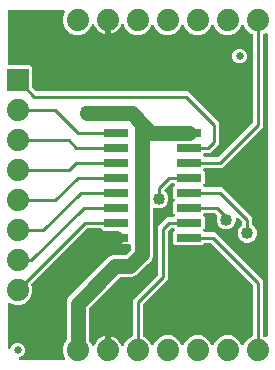
<source format=gbr>
G04 EAGLE Gerber RS-274X export*
G75*
%MOMM*%
%FSLAX34Y34*%
%LPD*%
%INTop Copper*%
%IPPOS*%
%AMOC8*
5,1,8,0,0,1.08239X$1,22.5*%
G01*
%ADD10R,2.032000X0.660400*%
%ADD11R,1.879600X1.879600*%
%ADD12C,1.879600*%
%ADD13C,0.635000*%
%ADD14C,0.254000*%
%ADD15C,1.270000*%
%ADD16C,1.270000*%
%ADD17C,1.016000*%

G36*
X181934Y175781D02*
X181934Y175781D01*
X182033Y175784D01*
X182091Y175801D01*
X182151Y175809D01*
X182243Y175845D01*
X182338Y175873D01*
X182390Y175903D01*
X182447Y175926D01*
X182527Y175984D01*
X182612Y176034D01*
X182687Y176100D01*
X182704Y176112D01*
X182712Y176122D01*
X182733Y176140D01*
X211210Y204617D01*
X211270Y204695D01*
X211338Y204768D01*
X211367Y204821D01*
X211404Y204868D01*
X211444Y204959D01*
X211492Y205046D01*
X211507Y205105D01*
X211531Y205160D01*
X211546Y205258D01*
X211571Y205354D01*
X211577Y205454D01*
X211581Y205474D01*
X211579Y205487D01*
X211581Y205515D01*
X211581Y279569D01*
X211578Y279598D01*
X211580Y279627D01*
X211558Y279755D01*
X211541Y279884D01*
X211531Y279911D01*
X211526Y279941D01*
X211472Y280059D01*
X211424Y280180D01*
X211407Y280204D01*
X211395Y280231D01*
X211314Y280332D01*
X211238Y280437D01*
X211215Y280456D01*
X211196Y280479D01*
X211093Y280557D01*
X210993Y280640D01*
X210966Y280653D01*
X210942Y280670D01*
X210798Y280741D01*
X208850Y281548D01*
X205348Y285050D01*
X204373Y287405D01*
X204304Y287525D01*
X204239Y287648D01*
X204225Y287663D01*
X204215Y287681D01*
X204118Y287781D01*
X204025Y287884D01*
X204008Y287895D01*
X203994Y287909D01*
X203875Y287982D01*
X203759Y288058D01*
X203740Y288065D01*
X203723Y288076D01*
X203590Y288117D01*
X203458Y288162D01*
X203438Y288163D01*
X203419Y288169D01*
X203280Y288176D01*
X203141Y288187D01*
X203121Y288183D01*
X203101Y288184D01*
X202965Y288156D01*
X202828Y288132D01*
X202809Y288124D01*
X202790Y288120D01*
X202664Y288059D01*
X202538Y288002D01*
X202522Y287989D01*
X202504Y287980D01*
X202398Y287890D01*
X202290Y287803D01*
X202277Y287787D01*
X202262Y287774D01*
X202182Y287660D01*
X202098Y287549D01*
X202086Y287524D01*
X202079Y287514D01*
X202072Y287495D01*
X202027Y287405D01*
X201052Y285049D01*
X197550Y281548D01*
X192976Y279653D01*
X188024Y279653D01*
X183450Y281548D01*
X179948Y285050D01*
X178973Y287405D01*
X178904Y287525D01*
X178839Y287648D01*
X178825Y287663D01*
X178815Y287681D01*
X178718Y287781D01*
X178625Y287884D01*
X178608Y287895D01*
X178594Y287909D01*
X178475Y287982D01*
X178359Y288058D01*
X178340Y288065D01*
X178323Y288076D01*
X178190Y288117D01*
X178058Y288162D01*
X178038Y288163D01*
X178019Y288169D01*
X177880Y288176D01*
X177741Y288187D01*
X177721Y288183D01*
X177701Y288184D01*
X177565Y288156D01*
X177428Y288132D01*
X177409Y288124D01*
X177390Y288120D01*
X177264Y288059D01*
X177138Y288002D01*
X177122Y287989D01*
X177104Y287980D01*
X176998Y287890D01*
X176890Y287803D01*
X176877Y287787D01*
X176862Y287774D01*
X176782Y287660D01*
X176698Y287549D01*
X176686Y287524D01*
X176679Y287514D01*
X176672Y287495D01*
X176627Y287405D01*
X175652Y285049D01*
X172150Y281548D01*
X167576Y279653D01*
X162624Y279653D01*
X158050Y281548D01*
X154548Y285050D01*
X153573Y287405D01*
X153504Y287525D01*
X153439Y287648D01*
X153425Y287663D01*
X153415Y287681D01*
X153318Y287781D01*
X153225Y287884D01*
X153208Y287895D01*
X153194Y287909D01*
X153075Y287982D01*
X152959Y288058D01*
X152940Y288065D01*
X152923Y288076D01*
X152790Y288117D01*
X152658Y288162D01*
X152638Y288163D01*
X152619Y288169D01*
X152480Y288176D01*
X152341Y288187D01*
X152321Y288183D01*
X152301Y288184D01*
X152165Y288156D01*
X152028Y288132D01*
X152009Y288124D01*
X151990Y288120D01*
X151864Y288059D01*
X151738Y288002D01*
X151722Y287989D01*
X151704Y287980D01*
X151598Y287890D01*
X151490Y287803D01*
X151477Y287787D01*
X151462Y287774D01*
X151382Y287660D01*
X151298Y287549D01*
X151286Y287524D01*
X151279Y287514D01*
X151272Y287495D01*
X151227Y287405D01*
X150252Y285049D01*
X146750Y281548D01*
X142176Y279653D01*
X137224Y279653D01*
X132650Y281548D01*
X129148Y285050D01*
X128173Y287405D01*
X128104Y287525D01*
X128039Y287648D01*
X128025Y287663D01*
X128015Y287681D01*
X127918Y287781D01*
X127825Y287884D01*
X127808Y287895D01*
X127794Y287909D01*
X127675Y287982D01*
X127559Y288058D01*
X127540Y288065D01*
X127523Y288076D01*
X127390Y288117D01*
X127258Y288162D01*
X127238Y288163D01*
X127219Y288169D01*
X127080Y288176D01*
X126941Y288187D01*
X126921Y288183D01*
X126901Y288184D01*
X126765Y288156D01*
X126628Y288132D01*
X126609Y288124D01*
X126590Y288120D01*
X126464Y288059D01*
X126338Y288002D01*
X126322Y287989D01*
X126304Y287980D01*
X126198Y287890D01*
X126090Y287803D01*
X126077Y287787D01*
X126062Y287774D01*
X125982Y287660D01*
X125898Y287549D01*
X125886Y287524D01*
X125879Y287514D01*
X125872Y287495D01*
X125827Y287405D01*
X124852Y285049D01*
X121350Y281548D01*
X116776Y279653D01*
X111824Y279653D01*
X107250Y281548D01*
X103748Y285050D01*
X102495Y288075D01*
X102480Y288101D01*
X102471Y288130D01*
X102401Y288239D01*
X102337Y288352D01*
X102316Y288373D01*
X102301Y288398D01*
X102206Y288487D01*
X102116Y288580D01*
X102091Y288596D01*
X102069Y288616D01*
X101955Y288679D01*
X101845Y288746D01*
X101816Y288755D01*
X101790Y288769D01*
X101665Y288802D01*
X101541Y288840D01*
X101511Y288841D01*
X101482Y288849D01*
X101353Y288849D01*
X101223Y288855D01*
X101194Y288849D01*
X101164Y288849D01*
X101039Y288817D01*
X100912Y288791D01*
X100885Y288778D01*
X100856Y288770D01*
X100743Y288708D01*
X100626Y288651D01*
X100603Y288632D01*
X100577Y288617D01*
X100483Y288529D01*
X100384Y288445D01*
X100367Y288420D01*
X100345Y288400D01*
X100276Y288291D01*
X100201Y288185D01*
X100190Y288157D01*
X100174Y288132D01*
X100115Y287982D01*
X99964Y287517D01*
X99111Y285843D01*
X98006Y284322D01*
X96678Y282994D01*
X95157Y281889D01*
X93483Y281036D01*
X91696Y280455D01*
X91439Y280415D01*
X91439Y290830D01*
X91424Y290948D01*
X91417Y291067D01*
X91404Y291105D01*
X91399Y291145D01*
X91356Y291256D01*
X91319Y291369D01*
X91297Y291403D01*
X91282Y291441D01*
X91212Y291537D01*
X91149Y291638D01*
X91119Y291666D01*
X91095Y291698D01*
X91004Y291774D01*
X90917Y291856D01*
X90882Y291875D01*
X90851Y291901D01*
X90743Y291952D01*
X90639Y292009D01*
X90599Y292020D01*
X90563Y292037D01*
X90446Y292059D01*
X90331Y292089D01*
X90270Y292093D01*
X90250Y292097D01*
X90230Y292095D01*
X90170Y292099D01*
X87630Y292099D01*
X87512Y292084D01*
X87393Y292077D01*
X87355Y292064D01*
X87314Y292059D01*
X87204Y292015D01*
X87091Y291979D01*
X87056Y291957D01*
X87019Y291942D01*
X86923Y291872D01*
X86822Y291809D01*
X86794Y291779D01*
X86761Y291755D01*
X86686Y291664D01*
X86604Y291577D01*
X86584Y291542D01*
X86559Y291510D01*
X86508Y291403D01*
X86450Y291298D01*
X86440Y291259D01*
X86423Y291223D01*
X86401Y291106D01*
X86371Y290991D01*
X86367Y290930D01*
X86363Y290910D01*
X86365Y290890D01*
X86361Y290830D01*
X86361Y280415D01*
X86104Y280455D01*
X84317Y281036D01*
X82643Y281889D01*
X81122Y282994D01*
X79794Y284322D01*
X78689Y285843D01*
X77836Y287517D01*
X77685Y287982D01*
X77672Y288009D01*
X77665Y288038D01*
X77605Y288152D01*
X77550Y288270D01*
X77531Y288293D01*
X77517Y288319D01*
X77429Y288415D01*
X77347Y288515D01*
X77323Y288532D01*
X77303Y288554D01*
X77194Y288626D01*
X77090Y288702D01*
X77062Y288713D01*
X77037Y288729D01*
X76914Y288771D01*
X76794Y288819D01*
X76764Y288823D01*
X76736Y288832D01*
X76607Y288843D01*
X76478Y288859D01*
X76449Y288855D01*
X76419Y288858D01*
X76291Y288835D01*
X76163Y288819D01*
X76135Y288808D01*
X76106Y288803D01*
X75988Y288750D01*
X75867Y288702D01*
X75843Y288685D01*
X75816Y288673D01*
X75715Y288592D01*
X75610Y288516D01*
X75591Y288493D01*
X75567Y288474D01*
X75489Y288370D01*
X75407Y288271D01*
X75394Y288244D01*
X75376Y288220D01*
X75305Y288075D01*
X74052Y285050D01*
X70550Y281548D01*
X65976Y279653D01*
X61024Y279653D01*
X56450Y281548D01*
X52948Y285050D01*
X51053Y289624D01*
X51053Y294576D01*
X52772Y298726D01*
X52786Y298774D01*
X52807Y298819D01*
X52827Y298927D01*
X52856Y299033D01*
X52857Y299083D01*
X52867Y299132D01*
X52860Y299241D01*
X52861Y299351D01*
X52850Y299399D01*
X52847Y299449D01*
X52813Y299553D01*
X52787Y299660D01*
X52764Y299704D01*
X52749Y299751D01*
X52690Y299844D01*
X52639Y299941D01*
X52605Y299978D01*
X52579Y300020D01*
X52498Y300095D01*
X52425Y300177D01*
X52383Y300204D01*
X52347Y300238D01*
X52251Y300291D01*
X52159Y300351D01*
X52112Y300368D01*
X52068Y300392D01*
X51962Y300419D01*
X51858Y300455D01*
X51809Y300459D01*
X51761Y300471D01*
X51600Y300481D01*
X5588Y300481D01*
X5470Y300466D01*
X5351Y300459D01*
X5313Y300446D01*
X5272Y300441D01*
X5162Y300398D01*
X5049Y300361D01*
X5014Y300339D01*
X4977Y300324D01*
X4881Y300255D01*
X4780Y300191D01*
X4752Y300161D01*
X4719Y300138D01*
X4643Y300046D01*
X4562Y299959D01*
X4542Y299924D01*
X4517Y299893D01*
X4466Y299785D01*
X4408Y299681D01*
X4398Y299641D01*
X4381Y299605D01*
X4359Y299488D01*
X4329Y299373D01*
X4325Y299313D01*
X4321Y299293D01*
X4323Y299272D01*
X4319Y299212D01*
X4319Y255016D01*
X4334Y254898D01*
X4341Y254779D01*
X4354Y254741D01*
X4359Y254700D01*
X4402Y254590D01*
X4439Y254477D01*
X4461Y254442D01*
X4476Y254405D01*
X4545Y254309D01*
X4609Y254208D01*
X4639Y254180D01*
X4662Y254147D01*
X4754Y254071D01*
X4841Y253990D01*
X4876Y253970D01*
X4907Y253945D01*
X5015Y253894D01*
X5119Y253836D01*
X5159Y253826D01*
X5195Y253809D01*
X5312Y253787D01*
X5427Y253757D01*
X5487Y253753D01*
X5507Y253749D01*
X5528Y253751D01*
X5588Y253747D01*
X23361Y253747D01*
X25147Y251961D01*
X25147Y235487D01*
X25159Y235388D01*
X25162Y235289D01*
X25179Y235231D01*
X25187Y235171D01*
X25223Y235079D01*
X25251Y234984D01*
X25281Y234932D01*
X25304Y234875D01*
X25362Y234795D01*
X25412Y234710D01*
X25478Y234635D01*
X25490Y234618D01*
X25500Y234610D01*
X25518Y234589D01*
X28087Y232020D01*
X28165Y231960D01*
X28238Y231892D01*
X28291Y231863D01*
X28338Y231826D01*
X28429Y231786D01*
X28516Y231738D01*
X28575Y231723D01*
X28630Y231699D01*
X28728Y231684D01*
X28824Y231659D01*
X28924Y231653D01*
X28944Y231649D01*
X28957Y231651D01*
X28985Y231649D01*
X156729Y231649D01*
X183389Y204989D01*
X183389Y187441D01*
X175779Y179831D01*
X171715Y179831D01*
X171616Y179819D01*
X171517Y179816D01*
X171459Y179799D01*
X171399Y179791D01*
X171307Y179755D01*
X171212Y179727D01*
X171160Y179697D01*
X171103Y179674D01*
X171023Y179616D01*
X170938Y179566D01*
X170863Y179500D01*
X170846Y179488D01*
X170838Y179478D01*
X170817Y179460D01*
X170055Y178697D01*
X169982Y178603D01*
X169903Y178514D01*
X169885Y178478D01*
X169860Y178446D01*
X169813Y178337D01*
X169759Y178231D01*
X169750Y178192D01*
X169734Y178154D01*
X169715Y178037D01*
X169689Y177921D01*
X169690Y177880D01*
X169684Y177840D01*
X169695Y177722D01*
X169699Y177603D01*
X169710Y177564D01*
X169714Y177524D01*
X169754Y177412D01*
X169787Y177297D01*
X169808Y177262D01*
X169821Y177224D01*
X169888Y177126D01*
X169949Y177023D01*
X169988Y176978D01*
X170000Y176961D01*
X170015Y176948D01*
X170055Y176902D01*
X170817Y176140D01*
X170895Y176080D01*
X170967Y176012D01*
X171021Y175983D01*
X171068Y175946D01*
X171159Y175906D01*
X171246Y175858D01*
X171305Y175843D01*
X171360Y175819D01*
X171458Y175804D01*
X171554Y175779D01*
X171654Y175773D01*
X171674Y175769D01*
X171687Y175771D01*
X171715Y175769D01*
X181835Y175769D01*
X181934Y175781D01*
G37*
G36*
X203279Y16617D02*
X203279Y16617D01*
X203299Y16616D01*
X203435Y16644D01*
X203572Y16668D01*
X203591Y16676D01*
X203610Y16680D01*
X203735Y16741D01*
X203862Y16798D01*
X203878Y16811D01*
X203896Y16820D01*
X204002Y16910D01*
X204110Y16997D01*
X204123Y17013D01*
X204138Y17026D01*
X204218Y17140D01*
X204302Y17251D01*
X204314Y17276D01*
X204321Y17286D01*
X204328Y17305D01*
X204373Y17395D01*
X205348Y19750D01*
X208850Y23252D01*
X210798Y24059D01*
X210823Y24073D01*
X210851Y24083D01*
X210961Y24152D01*
X211074Y24216D01*
X211095Y24237D01*
X211120Y24253D01*
X211209Y24347D01*
X211302Y24438D01*
X211318Y24463D01*
X211338Y24484D01*
X211401Y24598D01*
X211469Y24709D01*
X211477Y24737D01*
X211492Y24763D01*
X211524Y24889D01*
X211562Y25013D01*
X211564Y25042D01*
X211571Y25071D01*
X211581Y25231D01*
X211581Y67535D01*
X211569Y67634D01*
X211566Y67733D01*
X211549Y67791D01*
X211541Y67851D01*
X211505Y67943D01*
X211477Y68038D01*
X211447Y68090D01*
X211424Y68147D01*
X211366Y68227D01*
X211316Y68312D01*
X211250Y68387D01*
X211238Y68404D01*
X211228Y68412D01*
X211210Y68433D01*
X176383Y103260D01*
X176305Y103320D01*
X176232Y103388D01*
X176179Y103417D01*
X176132Y103454D01*
X176041Y103494D01*
X175954Y103542D01*
X175895Y103557D01*
X175840Y103581D01*
X175742Y103596D01*
X175646Y103621D01*
X175546Y103627D01*
X175526Y103631D01*
X175513Y103629D01*
X175485Y103631D01*
X171715Y103631D01*
X171616Y103619D01*
X171517Y103616D01*
X171459Y103599D01*
X171399Y103591D01*
X171307Y103555D01*
X171212Y103527D01*
X171160Y103497D01*
X171103Y103474D01*
X171023Y103416D01*
X170938Y103366D01*
X170863Y103300D01*
X170846Y103288D01*
X170838Y103278D01*
X170817Y103260D01*
X169157Y101599D01*
X146311Y101599D01*
X144525Y103385D01*
X144525Y112515D01*
X145413Y113402D01*
X145486Y113496D01*
X145565Y113586D01*
X145583Y113622D01*
X145608Y113654D01*
X145655Y113763D01*
X145709Y113869D01*
X145718Y113908D01*
X145734Y113946D01*
X145753Y114063D01*
X145779Y114179D01*
X145778Y114220D01*
X145784Y114260D01*
X145773Y114378D01*
X145769Y114497D01*
X145758Y114536D01*
X145754Y114576D01*
X145714Y114688D01*
X145681Y114803D01*
X145660Y114838D01*
X145647Y114876D01*
X145580Y114974D01*
X145519Y115077D01*
X145480Y115122D01*
X145468Y115139D01*
X145453Y115152D01*
X145413Y115197D01*
X144651Y115959D01*
X144573Y116020D01*
X144501Y116088D01*
X144448Y116117D01*
X144400Y116154D01*
X144309Y116194D01*
X144222Y116242D01*
X144164Y116257D01*
X144108Y116281D01*
X144010Y116296D01*
X143914Y116321D01*
X143814Y116327D01*
X143794Y116331D01*
X143781Y116329D01*
X143753Y116331D01*
X143285Y116331D01*
X143186Y116319D01*
X143087Y116316D01*
X143029Y116299D01*
X142969Y116291D01*
X142877Y116255D01*
X142782Y116227D01*
X142730Y116197D01*
X142673Y116174D01*
X142593Y116116D01*
X142508Y116066D01*
X142433Y116000D01*
X142416Y115988D01*
X142408Y115978D01*
X142387Y115960D01*
X140580Y114153D01*
X140520Y114075D01*
X140452Y114002D01*
X140423Y113949D01*
X140386Y113902D01*
X140346Y113811D01*
X140298Y113724D01*
X140283Y113665D01*
X140259Y113610D01*
X140244Y113512D01*
X140219Y113416D01*
X140213Y113316D01*
X140209Y113296D01*
X140211Y113283D01*
X140209Y113255D01*
X140209Y73141D01*
X118990Y51923D01*
X118930Y51845D01*
X118862Y51772D01*
X118833Y51719D01*
X118796Y51672D01*
X118756Y51581D01*
X118708Y51494D01*
X118693Y51435D01*
X118669Y51380D01*
X118654Y51282D01*
X118629Y51186D01*
X118623Y51086D01*
X118619Y51066D01*
X118621Y51053D01*
X118619Y51025D01*
X118619Y25231D01*
X118622Y25202D01*
X118620Y25173D01*
X118642Y25045D01*
X118659Y24916D01*
X118669Y24889D01*
X118674Y24859D01*
X118728Y24741D01*
X118776Y24620D01*
X118793Y24596D01*
X118805Y24569D01*
X118886Y24468D01*
X118962Y24363D01*
X118985Y24344D01*
X119004Y24321D01*
X119107Y24243D01*
X119207Y24160D01*
X119234Y24147D01*
X119258Y24130D01*
X119402Y24059D01*
X121350Y23252D01*
X124852Y19750D01*
X125827Y17395D01*
X125896Y17275D01*
X125961Y17152D01*
X125975Y17137D01*
X125985Y17119D01*
X126082Y17019D01*
X126175Y16916D01*
X126192Y16905D01*
X126206Y16891D01*
X126324Y16818D01*
X126441Y16742D01*
X126460Y16735D01*
X126477Y16724D01*
X126610Y16684D01*
X126742Y16638D01*
X126762Y16637D01*
X126781Y16631D01*
X126920Y16624D01*
X127059Y16613D01*
X127079Y16617D01*
X127099Y16616D01*
X127235Y16644D01*
X127372Y16668D01*
X127391Y16676D01*
X127410Y16680D01*
X127535Y16741D01*
X127662Y16798D01*
X127678Y16811D01*
X127696Y16820D01*
X127802Y16910D01*
X127910Y16997D01*
X127923Y17013D01*
X127938Y17026D01*
X128018Y17140D01*
X128102Y17251D01*
X128114Y17276D01*
X128121Y17286D01*
X128128Y17305D01*
X128173Y17395D01*
X129148Y19750D01*
X132650Y23252D01*
X137224Y25147D01*
X142176Y25147D01*
X146750Y23252D01*
X150252Y19750D01*
X151227Y17395D01*
X151296Y17275D01*
X151361Y17152D01*
X151375Y17137D01*
X151385Y17119D01*
X151482Y17019D01*
X151575Y16916D01*
X151592Y16905D01*
X151606Y16891D01*
X151724Y16818D01*
X151841Y16742D01*
X151860Y16735D01*
X151877Y16724D01*
X152010Y16684D01*
X152142Y16638D01*
X152162Y16637D01*
X152181Y16631D01*
X152320Y16624D01*
X152459Y16613D01*
X152479Y16617D01*
X152499Y16616D01*
X152635Y16644D01*
X152772Y16668D01*
X152791Y16676D01*
X152810Y16680D01*
X152935Y16741D01*
X153062Y16798D01*
X153078Y16811D01*
X153096Y16820D01*
X153202Y16910D01*
X153310Y16997D01*
X153323Y17013D01*
X153338Y17026D01*
X153418Y17140D01*
X153502Y17251D01*
X153514Y17276D01*
X153521Y17286D01*
X153528Y17305D01*
X153573Y17395D01*
X154548Y19750D01*
X158050Y23252D01*
X162624Y25147D01*
X167576Y25147D01*
X172150Y23252D01*
X175652Y19750D01*
X176627Y17395D01*
X176696Y17275D01*
X176761Y17152D01*
X176775Y17137D01*
X176785Y17119D01*
X176882Y17019D01*
X176975Y16916D01*
X176992Y16905D01*
X177006Y16891D01*
X177124Y16818D01*
X177241Y16742D01*
X177260Y16735D01*
X177277Y16724D01*
X177410Y16684D01*
X177542Y16638D01*
X177562Y16637D01*
X177581Y16631D01*
X177720Y16624D01*
X177859Y16613D01*
X177879Y16617D01*
X177899Y16616D01*
X178035Y16644D01*
X178172Y16668D01*
X178191Y16676D01*
X178210Y16680D01*
X178335Y16741D01*
X178462Y16798D01*
X178478Y16811D01*
X178496Y16820D01*
X178602Y16910D01*
X178710Y16997D01*
X178723Y17013D01*
X178738Y17026D01*
X178818Y17140D01*
X178902Y17251D01*
X178914Y17276D01*
X178921Y17286D01*
X178928Y17305D01*
X178973Y17395D01*
X179948Y19750D01*
X183450Y23252D01*
X188024Y25147D01*
X192976Y25147D01*
X197550Y23252D01*
X201052Y19750D01*
X202027Y17395D01*
X202096Y17275D01*
X202161Y17152D01*
X202175Y17137D01*
X202185Y17119D01*
X202282Y17019D01*
X202375Y16916D01*
X202392Y16905D01*
X202406Y16891D01*
X202524Y16818D01*
X202641Y16742D01*
X202660Y16735D01*
X202677Y16724D01*
X202810Y16684D01*
X202942Y16638D01*
X202962Y16637D01*
X202981Y16631D01*
X203120Y16624D01*
X203259Y16613D01*
X203279Y16617D01*
G37*
G36*
X51649Y4325D02*
X51649Y4325D01*
X51699Y4323D01*
X51806Y4345D01*
X51915Y4359D01*
X51961Y4377D01*
X52010Y4387D01*
X52109Y4435D01*
X52211Y4476D01*
X52251Y4505D01*
X52296Y4527D01*
X52380Y4598D01*
X52468Y4662D01*
X52500Y4701D01*
X52538Y4733D01*
X52601Y4823D01*
X52671Y4907D01*
X52692Y4952D01*
X52721Y4993D01*
X52760Y5096D01*
X52807Y5195D01*
X52816Y5244D01*
X52834Y5290D01*
X52846Y5400D01*
X52867Y5507D01*
X52863Y5557D01*
X52869Y5606D01*
X52854Y5715D01*
X52847Y5825D01*
X52831Y5872D01*
X52825Y5921D01*
X52772Y6074D01*
X51053Y10224D01*
X51053Y15176D01*
X52948Y19751D01*
X53729Y20532D01*
X53790Y20610D01*
X53858Y20682D01*
X53887Y20735D01*
X53924Y20783D01*
X53964Y20874D01*
X54012Y20961D01*
X54027Y21019D01*
X54051Y21075D01*
X54066Y21173D01*
X54091Y21269D01*
X54097Y21369D01*
X54101Y21389D01*
X54099Y21401D01*
X54101Y21429D01*
X54101Y53940D01*
X55532Y57394D01*
X89926Y91788D01*
X93380Y93219D01*
X103531Y93219D01*
X103629Y93231D01*
X103728Y93234D01*
X103787Y93251D01*
X103847Y93259D01*
X103939Y93295D01*
X104034Y93323D01*
X104086Y93353D01*
X104142Y93376D01*
X104222Y93434D01*
X104308Y93484D01*
X104383Y93550D01*
X104400Y93562D01*
X104408Y93572D01*
X104429Y93590D01*
X108340Y97501D01*
X108400Y97580D01*
X108468Y97652D01*
X108497Y97705D01*
X108534Y97753D01*
X108574Y97844D01*
X108622Y97930D01*
X108637Y97989D01*
X108661Y98044D01*
X108676Y98142D01*
X108701Y98238D01*
X108707Y98338D01*
X108711Y98359D01*
X108709Y98371D01*
X108711Y98399D01*
X108711Y100976D01*
X108696Y101100D01*
X108686Y101226D01*
X108676Y101258D01*
X108671Y101291D01*
X108625Y101408D01*
X108585Y101527D01*
X108567Y101556D01*
X108554Y101587D01*
X108481Y101689D01*
X108412Y101794D01*
X108387Y101817D01*
X108368Y101844D01*
X108271Y101925D01*
X108178Y102010D01*
X108149Y102026D01*
X108123Y102047D01*
X108009Y102101D01*
X107898Y102160D01*
X107865Y102168D01*
X107835Y102183D01*
X107711Y102206D01*
X107589Y102237D01*
X107556Y102236D01*
X107523Y102243D01*
X107397Y102235D01*
X107271Y102234D01*
X107223Y102224D01*
X107205Y102223D01*
X107185Y102216D01*
X107113Y102202D01*
X106760Y102107D01*
X97916Y102107D01*
X97916Y107569D01*
X97901Y107687D01*
X97894Y107806D01*
X97881Y107844D01*
X97876Y107884D01*
X97833Y107995D01*
X97796Y108108D01*
X97774Y108142D01*
X97759Y108180D01*
X97690Y108276D01*
X97626Y108377D01*
X97596Y108405D01*
X97573Y108437D01*
X97481Y108513D01*
X97394Y108595D01*
X97359Y108614D01*
X97328Y108640D01*
X97220Y108691D01*
X97116Y108748D01*
X97076Y108758D01*
X97069Y108762D01*
X97034Y108870D01*
X97012Y108905D01*
X96997Y108942D01*
X96927Y109038D01*
X96864Y109139D01*
X96834Y109167D01*
X96810Y109200D01*
X96719Y109276D01*
X96632Y109357D01*
X96597Y109377D01*
X96565Y109402D01*
X96458Y109453D01*
X96353Y109511D01*
X96314Y109521D01*
X96278Y109538D01*
X96161Y109560D01*
X96045Y109590D01*
X95985Y109594D01*
X95965Y109598D01*
X95945Y109596D01*
X95885Y109600D01*
X83565Y109600D01*
X83565Y111586D01*
X83738Y112233D01*
X84073Y112812D01*
X84304Y113043D01*
X84377Y113137D01*
X84456Y113227D01*
X84474Y113263D01*
X84499Y113295D01*
X84546Y113404D01*
X84601Y113510D01*
X84609Y113549D01*
X84625Y113586D01*
X84644Y113704D01*
X84670Y113820D01*
X84669Y113861D01*
X84675Y113901D01*
X84664Y114019D01*
X84661Y114138D01*
X84649Y114177D01*
X84645Y114217D01*
X84605Y114329D01*
X84572Y114444D01*
X84552Y114478D01*
X84538Y114516D01*
X84471Y114615D01*
X84411Y114717D01*
X84371Y114763D01*
X84359Y114780D01*
X84344Y114793D01*
X84304Y114838D01*
X83183Y115960D01*
X83105Y116020D01*
X83033Y116088D01*
X82979Y116117D01*
X82932Y116154D01*
X82841Y116194D01*
X82754Y116242D01*
X82695Y116257D01*
X82640Y116281D01*
X82542Y116296D01*
X82446Y116321D01*
X82346Y116327D01*
X82326Y116331D01*
X82313Y116329D01*
X82285Y116331D01*
X72165Y116331D01*
X72066Y116319D01*
X71967Y116316D01*
X71909Y116299D01*
X71849Y116291D01*
X71757Y116255D01*
X71662Y116227D01*
X71610Y116197D01*
X71553Y116174D01*
X71473Y116116D01*
X71388Y116066D01*
X71313Y116000D01*
X71296Y115988D01*
X71288Y115978D01*
X71267Y115960D01*
X24615Y69307D01*
X24597Y69284D01*
X24574Y69265D01*
X24499Y69159D01*
X24420Y69056D01*
X24408Y69029D01*
X24391Y69005D01*
X24345Y68883D01*
X24294Y68764D01*
X24289Y68735D01*
X24279Y68707D01*
X24264Y68578D01*
X24244Y68450D01*
X24247Y68421D01*
X24243Y68391D01*
X24261Y68263D01*
X24274Y68133D01*
X24284Y68106D01*
X24288Y68076D01*
X24340Y67924D01*
X25147Y65976D01*
X25147Y61024D01*
X23252Y56450D01*
X19750Y52948D01*
X15176Y51053D01*
X10224Y51053D01*
X6074Y52772D01*
X6026Y52786D01*
X5981Y52807D01*
X5873Y52827D01*
X5767Y52856D01*
X5717Y52857D01*
X5668Y52867D01*
X5559Y52860D01*
X5449Y52861D01*
X5401Y52850D01*
X5351Y52847D01*
X5247Y52813D01*
X5140Y52787D01*
X5096Y52764D01*
X5049Y52749D01*
X4956Y52690D01*
X4859Y52639D01*
X4822Y52605D01*
X4780Y52579D01*
X4705Y52498D01*
X4623Y52425D01*
X4596Y52383D01*
X4562Y52347D01*
X4509Y52251D01*
X4449Y52159D01*
X4432Y52112D01*
X4408Y52068D01*
X4381Y51962D01*
X4345Y51858D01*
X4341Y51809D01*
X4329Y51761D01*
X4319Y51600D01*
X4319Y15110D01*
X4327Y15041D01*
X4326Y14971D01*
X4347Y14884D01*
X4359Y14795D01*
X4384Y14730D01*
X4401Y14662D01*
X4443Y14582D01*
X4476Y14499D01*
X4517Y14443D01*
X4549Y14381D01*
X4610Y14314D01*
X4662Y14242D01*
X4716Y14197D01*
X4763Y14145D01*
X4838Y14096D01*
X4907Y14039D01*
X4971Y14009D01*
X5029Y13971D01*
X5114Y13941D01*
X5195Y13903D01*
X5264Y13890D01*
X5330Y13867D01*
X5419Y13860D01*
X5507Y13843D01*
X5577Y13848D01*
X5647Y13842D01*
X5735Y13858D01*
X5825Y13863D01*
X5891Y13885D01*
X5960Y13897D01*
X6042Y13934D01*
X6127Y13961D01*
X6186Y13999D01*
X6250Y14027D01*
X6320Y14083D01*
X6396Y14131D01*
X6444Y14182D01*
X6498Y14226D01*
X6553Y14298D01*
X6614Y14363D01*
X6648Y14424D01*
X6690Y14480D01*
X6761Y14624D01*
X7424Y16225D01*
X9175Y17976D01*
X11462Y18924D01*
X13938Y18924D01*
X16225Y17976D01*
X17976Y16225D01*
X18924Y13938D01*
X18924Y11462D01*
X17976Y9175D01*
X16225Y7424D01*
X14624Y6761D01*
X14564Y6726D01*
X14499Y6700D01*
X14426Y6648D01*
X14348Y6603D01*
X14298Y6555D01*
X14242Y6514D01*
X14184Y6444D01*
X14120Y6382D01*
X14083Y6322D01*
X14039Y6269D01*
X14000Y6187D01*
X13953Y6111D01*
X13933Y6044D01*
X13903Y5981D01*
X13886Y5893D01*
X13860Y5807D01*
X13857Y5737D01*
X13843Y5668D01*
X13849Y5579D01*
X13845Y5489D01*
X13859Y5421D01*
X13863Y5351D01*
X13891Y5266D01*
X13909Y5178D01*
X13940Y5115D01*
X13961Y5049D01*
X14009Y4973D01*
X14049Y4892D01*
X14094Y4839D01*
X14131Y4780D01*
X14197Y4718D01*
X14255Y4650D01*
X14312Y4610D01*
X14363Y4562D01*
X14442Y4519D01*
X14515Y4467D01*
X14580Y4442D01*
X14641Y4408D01*
X14728Y4386D01*
X14812Y4354D01*
X14882Y4346D01*
X14949Y4329D01*
X15110Y4319D01*
X51600Y4319D01*
X51649Y4325D01*
G37*
G36*
X223041Y23340D02*
X223041Y23340D01*
X223151Y23339D01*
X223199Y23350D01*
X223249Y23353D01*
X223353Y23387D01*
X223460Y23413D01*
X223504Y23436D01*
X223551Y23451D01*
X223644Y23510D01*
X223741Y23561D01*
X223778Y23595D01*
X223820Y23621D01*
X223895Y23702D01*
X223977Y23775D01*
X224004Y23817D01*
X224038Y23853D01*
X224091Y23949D01*
X224151Y24041D01*
X224168Y24088D01*
X224192Y24132D01*
X224217Y24230D01*
X224219Y24234D01*
X224221Y24242D01*
X224255Y24342D01*
X224259Y24391D01*
X224271Y24439D01*
X224277Y24539D01*
X224279Y24546D01*
X224278Y24553D01*
X224281Y24600D01*
X224281Y280200D01*
X224275Y280249D01*
X224277Y280299D01*
X224255Y280406D01*
X224241Y280515D01*
X224223Y280562D01*
X224213Y280610D01*
X224165Y280709D01*
X224124Y280811D01*
X224095Y280851D01*
X224073Y280896D01*
X224002Y280980D01*
X223938Y281068D01*
X223899Y281100D01*
X223867Y281138D01*
X223777Y281201D01*
X223693Y281271D01*
X223648Y281292D01*
X223607Y281321D01*
X223504Y281360D01*
X223405Y281407D01*
X223356Y281416D01*
X223310Y281434D01*
X223200Y281446D01*
X223093Y281467D01*
X223043Y281463D01*
X222994Y281469D01*
X222885Y281454D01*
X222775Y281447D01*
X222728Y281431D01*
X222679Y281425D01*
X222526Y281372D01*
X221002Y280741D01*
X220977Y280727D01*
X220949Y280717D01*
X220839Y280648D01*
X220726Y280584D01*
X220705Y280563D01*
X220680Y280547D01*
X220591Y280452D01*
X220498Y280362D01*
X220482Y280337D01*
X220462Y280316D01*
X220399Y280202D01*
X220331Y280091D01*
X220323Y280063D01*
X220308Y280037D01*
X220276Y279911D01*
X220238Y279787D01*
X220236Y279758D01*
X220229Y279729D01*
X220219Y279569D01*
X220219Y201411D01*
X185939Y167131D01*
X171715Y167131D01*
X171616Y167119D01*
X171517Y167116D01*
X171459Y167099D01*
X171399Y167091D01*
X171307Y167055D01*
X171212Y167027D01*
X171160Y166997D01*
X171103Y166974D01*
X171023Y166916D01*
X170938Y166866D01*
X170863Y166800D01*
X170846Y166788D01*
X170838Y166778D01*
X170817Y166760D01*
X170055Y165997D01*
X169982Y165903D01*
X169903Y165814D01*
X169885Y165778D01*
X169860Y165746D01*
X169813Y165637D01*
X169759Y165531D01*
X169750Y165492D01*
X169734Y165454D01*
X169715Y165337D01*
X169689Y165221D01*
X169690Y165180D01*
X169684Y165140D01*
X169695Y165022D01*
X169699Y164903D01*
X169710Y164864D01*
X169714Y164824D01*
X169754Y164712D01*
X169787Y164597D01*
X169808Y164562D01*
X169821Y164524D01*
X169888Y164426D01*
X169949Y164323D01*
X169988Y164278D01*
X170000Y164261D01*
X170015Y164248D01*
X170055Y164202D01*
X170943Y163315D01*
X170943Y154185D01*
X170055Y153297D01*
X169982Y153203D01*
X169903Y153114D01*
X169885Y153078D01*
X169860Y153046D01*
X169813Y152937D01*
X169759Y152831D01*
X169750Y152792D01*
X169734Y152754D01*
X169715Y152637D01*
X169689Y152521D01*
X169690Y152480D01*
X169684Y152440D01*
X169695Y152322D01*
X169699Y152203D01*
X169710Y152164D01*
X169714Y152124D01*
X169754Y152011D01*
X169787Y151897D01*
X169808Y151862D01*
X169821Y151824D01*
X169888Y151726D01*
X169949Y151623D01*
X169989Y151578D01*
X170000Y151561D01*
X170015Y151548D01*
X170055Y151502D01*
X170817Y150740D01*
X170895Y150680D01*
X170967Y150612D01*
X171020Y150583D01*
X171068Y150546D01*
X171159Y150506D01*
X171246Y150458D01*
X171304Y150443D01*
X171360Y150419D01*
X171458Y150404D01*
X171554Y150379D01*
X171654Y150373D01*
X171674Y150369D01*
X171687Y150371D01*
X171715Y150369D01*
X185939Y150369D01*
X211329Y124979D01*
X211329Y119463D01*
X211341Y119365D01*
X211344Y119266D01*
X211361Y119207D01*
X211369Y119147D01*
X211405Y119055D01*
X211433Y118960D01*
X211463Y118908D01*
X211486Y118852D01*
X211544Y118772D01*
X211594Y118686D01*
X211660Y118611D01*
X211672Y118594D01*
X211682Y118586D01*
X211700Y118565D01*
X213901Y116365D01*
X215139Y113377D01*
X215139Y110143D01*
X213901Y107155D01*
X211615Y104869D01*
X208627Y103631D01*
X205393Y103631D01*
X202405Y104869D01*
X200119Y107155D01*
X198881Y110143D01*
X198881Y113377D01*
X200119Y116365D01*
X202320Y118565D01*
X202380Y118644D01*
X202448Y118716D01*
X202477Y118769D01*
X202514Y118817D01*
X202554Y118908D01*
X202602Y118994D01*
X202617Y119053D01*
X202641Y119108D01*
X202656Y119206D01*
X202681Y119302D01*
X202687Y119402D01*
X202691Y119423D01*
X202689Y119435D01*
X202691Y119463D01*
X202691Y120875D01*
X202679Y120974D01*
X202676Y121073D01*
X202659Y121131D01*
X202651Y121191D01*
X202615Y121283D01*
X202587Y121378D01*
X202557Y121430D01*
X202534Y121487D01*
X202476Y121567D01*
X202426Y121652D01*
X202360Y121727D01*
X202348Y121744D01*
X202338Y121752D01*
X202320Y121773D01*
X199525Y124567D01*
X199432Y124639D01*
X199416Y124654D01*
X199407Y124660D01*
X199309Y124741D01*
X199290Y124749D01*
X199274Y124762D01*
X199146Y124817D01*
X199021Y124876D01*
X199001Y124880D01*
X198982Y124888D01*
X198844Y124910D01*
X198708Y124936D01*
X198688Y124935D01*
X198668Y124938D01*
X198529Y124925D01*
X198391Y124916D01*
X198372Y124910D01*
X198352Y124908D01*
X198220Y124861D01*
X198089Y124818D01*
X198071Y124808D01*
X198052Y124801D01*
X197937Y124723D01*
X197820Y124648D01*
X197806Y124633D01*
X197789Y124622D01*
X197697Y124518D01*
X197602Y124417D01*
X197592Y124399D01*
X197579Y124384D01*
X197515Y124260D01*
X197448Y124138D01*
X197443Y124118D01*
X197434Y124100D01*
X197404Y123965D01*
X197369Y123830D01*
X197367Y123802D01*
X197364Y123790D01*
X197365Y123770D01*
X197359Y123669D01*
X197359Y121573D01*
X196121Y118585D01*
X193835Y116299D01*
X190847Y115061D01*
X187613Y115061D01*
X184625Y116299D01*
X182339Y118585D01*
X181101Y121573D01*
X181101Y124807D01*
X181639Y126105D01*
X181647Y126134D01*
X181660Y126160D01*
X181689Y126287D01*
X181723Y126412D01*
X181723Y126442D01*
X181730Y126470D01*
X181726Y126600D01*
X181728Y126730D01*
X181721Y126759D01*
X181720Y126788D01*
X181684Y126913D01*
X181654Y127039D01*
X181640Y127065D01*
X181632Y127094D01*
X181566Y127205D01*
X181505Y127320D01*
X181485Y127342D01*
X181470Y127368D01*
X181364Y127488D01*
X180193Y128660D01*
X180115Y128720D01*
X180042Y128788D01*
X179989Y128817D01*
X179942Y128854D01*
X179851Y128894D01*
X179764Y128942D01*
X179705Y128957D01*
X179650Y128981D01*
X179552Y128996D01*
X179456Y129021D01*
X179356Y129027D01*
X179336Y129031D01*
X179323Y129029D01*
X179295Y129031D01*
X171715Y129031D01*
X171616Y129019D01*
X171517Y129016D01*
X171459Y128999D01*
X171399Y128991D01*
X171307Y128955D01*
X171212Y128927D01*
X171160Y128897D01*
X171103Y128874D01*
X171023Y128816D01*
X170938Y128766D01*
X170863Y128700D01*
X170846Y128688D01*
X170838Y128678D01*
X170817Y128660D01*
X170055Y127897D01*
X169982Y127803D01*
X169903Y127714D01*
X169885Y127678D01*
X169860Y127646D01*
X169813Y127537D01*
X169759Y127431D01*
X169750Y127392D01*
X169734Y127354D01*
X169715Y127237D01*
X169689Y127121D01*
X169690Y127080D01*
X169684Y127040D01*
X169695Y126922D01*
X169699Y126803D01*
X169710Y126764D01*
X169714Y126724D01*
X169754Y126612D01*
X169787Y126497D01*
X169808Y126462D01*
X169821Y126424D01*
X169888Y126326D01*
X169949Y126223D01*
X169988Y126178D01*
X170000Y126161D01*
X170015Y126148D01*
X170055Y126102D01*
X170943Y125215D01*
X170943Y116085D01*
X170055Y115197D01*
X169982Y115103D01*
X169903Y115014D01*
X169885Y114978D01*
X169860Y114946D01*
X169813Y114837D01*
X169759Y114731D01*
X169750Y114692D01*
X169734Y114654D01*
X169715Y114537D01*
X169689Y114421D01*
X169690Y114380D01*
X169684Y114340D01*
X169695Y114222D01*
X169699Y114103D01*
X169710Y114064D01*
X169714Y114024D01*
X169754Y113912D01*
X169787Y113797D01*
X169808Y113762D01*
X169821Y113724D01*
X169888Y113626D01*
X169949Y113523D01*
X169988Y113478D01*
X170000Y113461D01*
X170015Y113448D01*
X170055Y113402D01*
X170817Y112640D01*
X170895Y112580D01*
X170967Y112512D01*
X171021Y112483D01*
X171068Y112446D01*
X171159Y112406D01*
X171246Y112358D01*
X171305Y112343D01*
X171360Y112319D01*
X171458Y112304D01*
X171554Y112279D01*
X171654Y112273D01*
X171674Y112269D01*
X171687Y112271D01*
X171715Y112269D01*
X179589Y112269D01*
X220219Y71639D01*
X220219Y25231D01*
X220222Y25202D01*
X220220Y25173D01*
X220242Y25045D01*
X220259Y24916D01*
X220269Y24889D01*
X220274Y24859D01*
X220328Y24741D01*
X220376Y24620D01*
X220393Y24596D01*
X220405Y24569D01*
X220486Y24468D01*
X220562Y24363D01*
X220585Y24344D01*
X220604Y24321D01*
X220707Y24243D01*
X220807Y24160D01*
X220834Y24147D01*
X220858Y24130D01*
X221002Y24059D01*
X222526Y23428D01*
X222574Y23414D01*
X222619Y23393D01*
X222727Y23373D01*
X222833Y23344D01*
X222883Y23343D01*
X222932Y23333D01*
X223041Y23340D01*
G37*
G36*
X90288Y12716D02*
X90288Y12716D01*
X90407Y12723D01*
X90445Y12736D01*
X90485Y12741D01*
X90596Y12785D01*
X90709Y12821D01*
X90744Y12843D01*
X90781Y12858D01*
X90877Y12928D01*
X90978Y12991D01*
X91006Y13021D01*
X91039Y13045D01*
X91114Y13136D01*
X91196Y13223D01*
X91216Y13258D01*
X91241Y13290D01*
X91292Y13397D01*
X91350Y13502D01*
X91360Y13541D01*
X91377Y13577D01*
X91399Y13694D01*
X91429Y13809D01*
X91433Y13870D01*
X91437Y13890D01*
X91435Y13910D01*
X91439Y13970D01*
X91439Y24385D01*
X91696Y24345D01*
X93483Y23764D01*
X95157Y22911D01*
X96678Y21806D01*
X98006Y20478D01*
X99111Y18957D01*
X99964Y17283D01*
X100115Y16818D01*
X100128Y16791D01*
X100135Y16762D01*
X100195Y16648D01*
X100250Y16530D01*
X100269Y16507D01*
X100283Y16481D01*
X100370Y16385D01*
X100453Y16285D01*
X100477Y16268D01*
X100497Y16246D01*
X100606Y16174D01*
X100710Y16098D01*
X100738Y16087D01*
X100763Y16071D01*
X100886Y16029D01*
X101006Y15981D01*
X101036Y15977D01*
X101064Y15968D01*
X101193Y15957D01*
X101321Y15941D01*
X101351Y15945D01*
X101381Y15942D01*
X101509Y15965D01*
X101637Y15981D01*
X101665Y15992D01*
X101694Y15997D01*
X101812Y16050D01*
X101933Y16098D01*
X101957Y16115D01*
X101984Y16127D01*
X102085Y16208D01*
X102190Y16284D01*
X102209Y16307D01*
X102233Y16326D01*
X102311Y16430D01*
X102393Y16529D01*
X102406Y16556D01*
X102424Y16580D01*
X102495Y16725D01*
X103748Y19750D01*
X107250Y23252D01*
X109198Y24059D01*
X109223Y24073D01*
X109251Y24083D01*
X109361Y24152D01*
X109474Y24216D01*
X109495Y24237D01*
X109520Y24253D01*
X109609Y24347D01*
X109702Y24438D01*
X109718Y24463D01*
X109738Y24484D01*
X109801Y24598D01*
X109869Y24709D01*
X109877Y24737D01*
X109892Y24763D01*
X109924Y24889D01*
X109962Y25013D01*
X109964Y25042D01*
X109971Y25071D01*
X109981Y25231D01*
X109981Y55129D01*
X131200Y76347D01*
X131260Y76425D01*
X131328Y76498D01*
X131357Y76551D01*
X131394Y76598D01*
X131434Y76689D01*
X131482Y76776D01*
X131497Y76835D01*
X131521Y76890D01*
X131536Y76988D01*
X131561Y77084D01*
X131567Y77184D01*
X131571Y77204D01*
X131569Y77217D01*
X131571Y77245D01*
X131571Y117359D01*
X139181Y124969D01*
X143753Y124969D01*
X143852Y124981D01*
X143951Y124984D01*
X144009Y125001D01*
X144069Y125009D01*
X144161Y125045D01*
X144256Y125073D01*
X144308Y125103D01*
X144365Y125126D01*
X144445Y125184D01*
X144530Y125234D01*
X144606Y125300D01*
X144622Y125312D01*
X144630Y125322D01*
X144651Y125340D01*
X145413Y126102D01*
X145486Y126197D01*
X145565Y126286D01*
X145583Y126322D01*
X145608Y126354D01*
X145655Y126463D01*
X145709Y126569D01*
X145718Y126608D01*
X145734Y126646D01*
X145753Y126763D01*
X145779Y126879D01*
X145778Y126920D01*
X145784Y126960D01*
X145773Y127078D01*
X145769Y127197D01*
X145758Y127236D01*
X145754Y127276D01*
X145714Y127389D01*
X145681Y127503D01*
X145660Y127537D01*
X145647Y127576D01*
X145580Y127674D01*
X145519Y127777D01*
X145479Y127822D01*
X145468Y127839D01*
X145453Y127852D01*
X145413Y127897D01*
X144525Y128785D01*
X144525Y137915D01*
X145413Y138802D01*
X145486Y138896D01*
X145565Y138986D01*
X145583Y139022D01*
X145608Y139054D01*
X145655Y139163D01*
X145709Y139269D01*
X145718Y139308D01*
X145734Y139346D01*
X145753Y139463D01*
X145779Y139579D01*
X145778Y139620D01*
X145784Y139660D01*
X145773Y139778D01*
X145769Y139897D01*
X145758Y139936D01*
X145754Y139976D01*
X145714Y140089D01*
X145681Y140203D01*
X145660Y140237D01*
X145647Y140276D01*
X145580Y140374D01*
X145519Y140477D01*
X145479Y140522D01*
X145468Y140539D01*
X145453Y140552D01*
X145413Y140597D01*
X144525Y141485D01*
X144525Y150615D01*
X145413Y151502D01*
X145486Y151596D01*
X145565Y151686D01*
X145583Y151722D01*
X145608Y151754D01*
X145655Y151863D01*
X145709Y151969D01*
X145718Y152008D01*
X145734Y152046D01*
X145753Y152163D01*
X145779Y152279D01*
X145778Y152320D01*
X145784Y152360D01*
X145773Y152478D01*
X145769Y152597D01*
X145758Y152636D01*
X145754Y152676D01*
X145714Y152789D01*
X145681Y152903D01*
X145660Y152937D01*
X145647Y152976D01*
X145580Y153074D01*
X145519Y153177D01*
X145479Y153222D01*
X145468Y153239D01*
X145453Y153252D01*
X145413Y153297D01*
X144651Y154060D01*
X144573Y154120D01*
X144501Y154188D01*
X144448Y154217D01*
X144400Y154254D01*
X144309Y154294D01*
X144222Y154342D01*
X144163Y154357D01*
X144108Y154381D01*
X144010Y154396D01*
X143914Y154421D01*
X143814Y154427D01*
X143794Y154431D01*
X143781Y154429D01*
X143753Y154431D01*
X143285Y154431D01*
X143186Y154419D01*
X143087Y154416D01*
X143029Y154399D01*
X142969Y154391D01*
X142877Y154355D01*
X142782Y154327D01*
X142730Y154297D01*
X142673Y154274D01*
X142593Y154216D01*
X142508Y154166D01*
X142433Y154100D01*
X142416Y154088D01*
X142408Y154078D01*
X142387Y154060D01*
X137334Y149007D01*
X137261Y148912D01*
X137182Y148823D01*
X137164Y148787D01*
X137139Y148755D01*
X137092Y148646D01*
X137038Y148540D01*
X137029Y148501D01*
X137013Y148463D01*
X136994Y148346D01*
X136968Y148230D01*
X136969Y148189D01*
X136963Y148149D01*
X136974Y148031D01*
X136978Y147912D01*
X136989Y147873D01*
X136993Y147833D01*
X137033Y147721D01*
X137066Y147606D01*
X137087Y147572D01*
X137100Y147533D01*
X137167Y147435D01*
X137228Y147332D01*
X137268Y147287D01*
X137279Y147270D01*
X137294Y147257D01*
X137334Y147212D01*
X138971Y145575D01*
X140209Y142587D01*
X140209Y139353D01*
X138971Y136365D01*
X136685Y134079D01*
X133697Y132841D01*
X130463Y132841D01*
X129264Y133338D01*
X129216Y133351D01*
X129171Y133372D01*
X129063Y133393D01*
X128957Y133422D01*
X128907Y133423D01*
X128858Y133432D01*
X128749Y133425D01*
X128639Y133427D01*
X128591Y133415D01*
X128541Y133412D01*
X128437Y133379D01*
X128330Y133353D01*
X128286Y133330D01*
X128239Y133314D01*
X128146Y133256D01*
X128049Y133204D01*
X128012Y133171D01*
X127970Y133144D01*
X127895Y133064D01*
X127813Y132990D01*
X127786Y132949D01*
X127752Y132913D01*
X127699Y132816D01*
X127639Y132725D01*
X127622Y132678D01*
X127598Y132634D01*
X127571Y132528D01*
X127535Y132424D01*
X127531Y132374D01*
X127519Y132326D01*
X127509Y132165D01*
X127509Y92110D01*
X126078Y88656D01*
X123256Y85834D01*
X123255Y85834D01*
X113274Y75852D01*
X109820Y74421D01*
X99669Y74421D01*
X99571Y74409D01*
X99472Y74406D01*
X99413Y74389D01*
X99353Y74381D01*
X99261Y74345D01*
X99166Y74317D01*
X99114Y74287D01*
X99058Y74264D01*
X98978Y74206D01*
X98892Y74156D01*
X98817Y74090D01*
X98800Y74078D01*
X98792Y74068D01*
X98771Y74050D01*
X73270Y48549D01*
X73210Y48470D01*
X73142Y48398D01*
X73113Y48345D01*
X73076Y48297D01*
X73036Y48206D01*
X72988Y48120D01*
X72973Y48061D01*
X72949Y48006D01*
X72934Y47908D01*
X72909Y47812D01*
X72903Y47712D01*
X72899Y47691D01*
X72901Y47679D01*
X72899Y47651D01*
X72899Y21429D01*
X72911Y21331D01*
X72914Y21232D01*
X72931Y21174D01*
X72939Y21114D01*
X72975Y21022D01*
X73003Y20927D01*
X73033Y20874D01*
X73056Y20818D01*
X73114Y20738D01*
X73164Y20653D01*
X73230Y20577D01*
X73242Y20561D01*
X73252Y20553D01*
X73271Y20532D01*
X74052Y19751D01*
X75305Y16725D01*
X75320Y16699D01*
X75329Y16670D01*
X75399Y16561D01*
X75463Y16448D01*
X75484Y16427D01*
X75500Y16402D01*
X75594Y16313D01*
X75684Y16220D01*
X75710Y16204D01*
X75731Y16184D01*
X75845Y16121D01*
X75955Y16054D01*
X75984Y16045D01*
X76010Y16031D01*
X76135Y15998D01*
X76259Y15960D01*
X76289Y15959D01*
X76318Y15951D01*
X76448Y15951D01*
X76577Y15945D01*
X76606Y15951D01*
X76636Y15951D01*
X76761Y15983D01*
X76888Y16009D01*
X76915Y16022D01*
X76944Y16030D01*
X77057Y16092D01*
X77174Y16149D01*
X77197Y16168D01*
X77223Y16183D01*
X77317Y16271D01*
X77416Y16355D01*
X77433Y16380D01*
X77455Y16400D01*
X77524Y16509D01*
X77599Y16615D01*
X77610Y16643D01*
X77626Y16669D01*
X77685Y16818D01*
X77836Y17283D01*
X78689Y18957D01*
X79794Y20478D01*
X81122Y21806D01*
X82643Y22911D01*
X84317Y23764D01*
X86104Y24345D01*
X86361Y24385D01*
X86361Y13970D01*
X86376Y13852D01*
X86383Y13733D01*
X86396Y13695D01*
X86401Y13655D01*
X86444Y13544D01*
X86481Y13431D01*
X86503Y13397D01*
X86518Y13359D01*
X86588Y13263D01*
X86651Y13162D01*
X86681Y13134D01*
X86704Y13102D01*
X86796Y13026D01*
X86883Y12944D01*
X86918Y12925D01*
X86949Y12899D01*
X87057Y12848D01*
X87161Y12791D01*
X87201Y12780D01*
X87237Y12763D01*
X87354Y12741D01*
X87469Y12711D01*
X87530Y12707D01*
X87550Y12703D01*
X87570Y12705D01*
X87630Y12701D01*
X90170Y12701D01*
X90288Y12716D01*
G37*
%LPC*%
G36*
X199422Y255396D02*
X199422Y255396D01*
X197135Y256344D01*
X195384Y258095D01*
X194436Y260382D01*
X194436Y262858D01*
X195384Y265145D01*
X197135Y266896D01*
X199422Y267844D01*
X201898Y267844D01*
X204185Y266896D01*
X205936Y265145D01*
X206884Y262858D01*
X206884Y260382D01*
X205936Y258095D01*
X204185Y256344D01*
X201898Y255396D01*
X199422Y255396D01*
G37*
%LPD*%
%LPC*%
G36*
X85772Y102107D02*
X85772Y102107D01*
X85125Y102280D01*
X84546Y102615D01*
X84073Y103088D01*
X83738Y103667D01*
X83565Y104314D01*
X83565Y106300D01*
X94616Y106300D01*
X94616Y102107D01*
X85772Y102107D01*
G37*
%LPD*%
D10*
X96266Y196850D03*
X96266Y184150D03*
X96266Y171450D03*
X96266Y158750D03*
X96266Y146050D03*
X96266Y133350D03*
X96266Y120650D03*
X96266Y107950D03*
X157734Y107950D03*
X157734Y120650D03*
X157734Y133350D03*
X157734Y146050D03*
X157734Y158750D03*
X157734Y171450D03*
X157734Y184150D03*
X157734Y196850D03*
D11*
X12700Y241300D03*
D12*
X12700Y215900D03*
X12700Y190500D03*
X12700Y165100D03*
X12700Y139700D03*
X12700Y114300D03*
X12700Y88900D03*
X12700Y63500D03*
X63500Y292100D03*
X88900Y292100D03*
X114300Y292100D03*
X139700Y292100D03*
X165100Y292100D03*
X190500Y292100D03*
X215900Y292100D03*
X63500Y12700D03*
X88900Y12700D03*
X114300Y12700D03*
X139700Y12700D03*
X165100Y12700D03*
X190500Y12700D03*
X215900Y12700D03*
D13*
X12700Y12700D03*
X200660Y261620D03*
D14*
X179070Y189230D02*
X173990Y184150D01*
X157734Y184150D01*
X179070Y189230D02*
X179070Y203200D01*
X154940Y227330D01*
X26670Y227330D01*
X12700Y241300D01*
X12700Y215900D02*
X44450Y215900D01*
X63500Y196850D01*
X96266Y196850D01*
X55880Y190500D02*
X12700Y190500D01*
X55880Y190500D02*
X62230Y184150D01*
X96266Y184150D01*
X55880Y165100D02*
X12700Y165100D01*
X55880Y165100D02*
X62230Y171450D01*
X96266Y171450D01*
X44450Y139700D02*
X12700Y139700D01*
X44450Y139700D02*
X63500Y158750D01*
X96266Y158750D01*
X34290Y114300D02*
X12700Y114300D01*
X34290Y114300D02*
X66040Y146050D01*
X96266Y146050D01*
X24130Y88900D02*
X12700Y88900D01*
X24130Y88900D02*
X68580Y133350D01*
X96266Y133350D01*
X96266Y120650D02*
X69850Y120650D01*
X12700Y63500D01*
D15*
X63500Y52070D02*
X63500Y12700D01*
X63500Y52070D02*
X95250Y83820D01*
X107950Y83820D01*
X118110Y93980D01*
X125730Y196850D02*
X157734Y196850D01*
X109220Y213360D02*
X71120Y213360D01*
X118110Y204470D02*
X125730Y196850D01*
X118110Y204470D02*
X118110Y93980D01*
X118110Y204470D02*
X109220Y213360D01*
D16*
X71120Y213360D03*
D14*
X215900Y203200D02*
X215900Y292100D01*
X215900Y203200D02*
X184150Y171450D01*
X157734Y171450D01*
X189230Y125730D02*
X189230Y123190D01*
X189230Y125730D02*
X181610Y133350D01*
X157734Y133350D01*
D17*
X189230Y123190D03*
D14*
X157734Y120650D02*
X140970Y120650D01*
X135890Y115570D01*
X114300Y53340D02*
X114300Y12700D01*
X114300Y53340D02*
X135890Y74930D01*
X135890Y115570D01*
X157734Y146050D02*
X184150Y146050D01*
X207010Y123190D01*
X207010Y111760D01*
D17*
X207010Y111760D03*
D14*
X132080Y140970D02*
X132080Y149860D01*
X140970Y158750D01*
X157734Y158750D01*
D17*
X132080Y140970D03*
D15*
X96266Y107950D02*
X85090Y107950D01*
D14*
X82550Y107950D01*
D16*
X78740Y100330D03*
D17*
X200660Y203200D03*
X203200Y50800D03*
X215900Y177800D03*
D14*
X215900Y69850D02*
X215900Y12700D01*
X215900Y69850D02*
X177800Y107950D01*
X157734Y107950D01*
M02*

</source>
